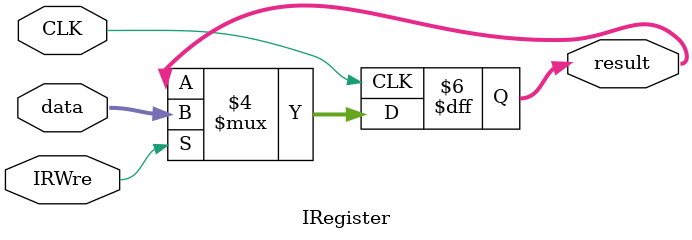
<source format=v>
`timescale 1ns / 1ps
module IRegister(result, data, IRWre, CLK
    );
	 input [31:0] data;
	 input CLK, IRWre;
	 output reg [31:0] result;
	 always @ (posedge CLK) begin
	     if (IRWre == 1) result = data;
	 end


endmodule

</source>
